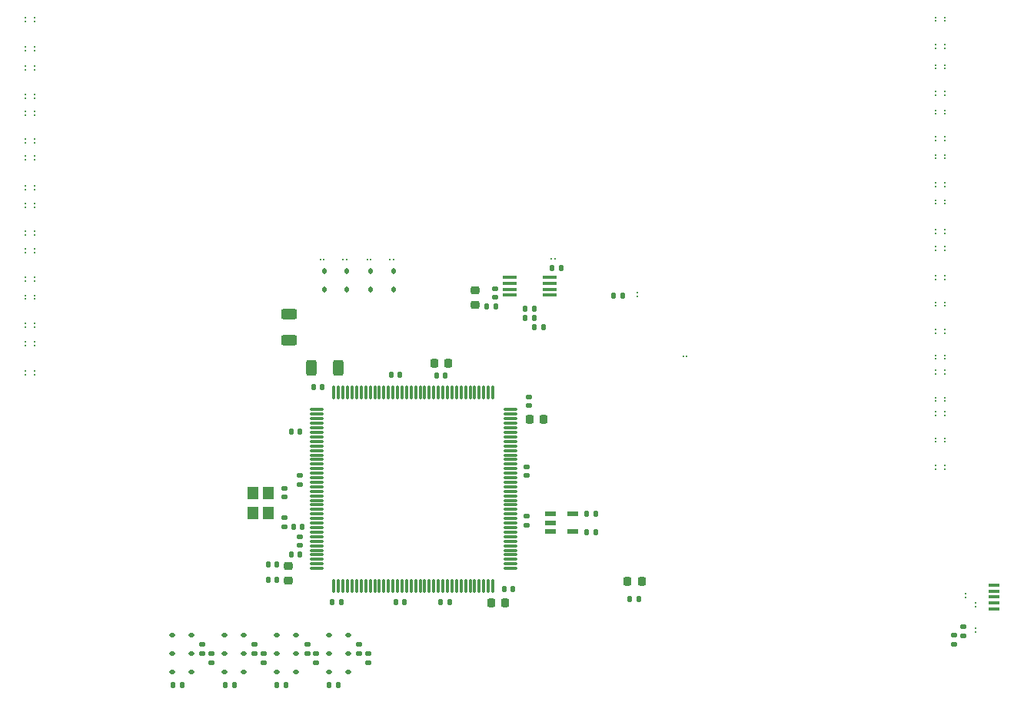
<source format=gtp>
G04 #@! TF.GenerationSoftware,KiCad,Pcbnew,8.0.8*
G04 #@! TF.CreationDate,2025-03-22T16:06:40-05:00*
G04 #@! TF.ProjectId,ControllerPCB,436f6e74-726f-46c6-9c65-725043422e6b,rev?*
G04 #@! TF.SameCoordinates,Original*
G04 #@! TF.FileFunction,Paste,Top*
G04 #@! TF.FilePolarity,Positive*
%FSLAX46Y46*%
G04 Gerber Fmt 4.6, Leading zero omitted, Abs format (unit mm)*
G04 Created by KiCad (PCBNEW 8.0.8) date 2025-03-22 16:06:40*
%MOMM*%
%LPD*%
G01*
G04 APERTURE LIST*
G04 Aperture macros list*
%AMRoundRect*
0 Rectangle with rounded corners*
0 $1 Rounding radius*
0 $2 $3 $4 $5 $6 $7 $8 $9 X,Y pos of 4 corners*
0 Add a 4 corners polygon primitive as box body*
4,1,4,$2,$3,$4,$5,$6,$7,$8,$9,$2,$3,0*
0 Add four circle primitives for the rounded corners*
1,1,$1+$1,$2,$3*
1,1,$1+$1,$4,$5*
1,1,$1+$1,$6,$7*
1,1,$1+$1,$8,$9*
0 Add four rect primitives between the rounded corners*
20,1,$1+$1,$2,$3,$4,$5,0*
20,1,$1+$1,$4,$5,$6,$7,0*
20,1,$1+$1,$6,$7,$8,$9,0*
20,1,$1+$1,$8,$9,$2,$3,0*%
G04 Aperture macros list end*
%ADD10RoundRect,0.225000X-0.225000X-0.250000X0.225000X-0.250000X0.225000X0.250000X-0.225000X0.250000X0*%
%ADD11R,0.280000X0.200000*%
%ADD12RoundRect,0.112500X-0.112500X0.187500X-0.112500X-0.187500X0.112500X-0.187500X0.112500X0.187500X0*%
%ADD13RoundRect,0.140000X0.140000X0.170000X-0.140000X0.170000X-0.140000X-0.170000X0.140000X-0.170000X0*%
%ADD14RoundRect,0.112500X0.187500X0.112500X-0.187500X0.112500X-0.187500X-0.112500X0.187500X-0.112500X0*%
%ADD15RoundRect,0.135000X-0.135000X-0.185000X0.135000X-0.185000X0.135000X0.185000X-0.135000X0.185000X0*%
%ADD16RoundRect,0.135000X-0.185000X0.135000X-0.185000X-0.135000X0.185000X-0.135000X0.185000X0.135000X0*%
%ADD17R,0.200000X0.280000*%
%ADD18RoundRect,0.140000X0.170000X-0.140000X0.170000X0.140000X-0.170000X0.140000X-0.170000X-0.140000X0*%
%ADD19RoundRect,0.135000X0.135000X0.185000X-0.135000X0.185000X-0.135000X-0.185000X0.135000X-0.185000X0*%
%ADD20RoundRect,0.218750X0.256250X-0.218750X0.256250X0.218750X-0.256250X0.218750X-0.256250X-0.218750X0*%
%ADD21RoundRect,0.140000X-0.140000X-0.170000X0.140000X-0.170000X0.140000X0.170000X-0.140000X0.170000X0*%
%ADD22RoundRect,0.218750X-0.218750X-0.256250X0.218750X-0.256250X0.218750X0.256250X-0.218750X0.256250X0*%
%ADD23RoundRect,0.250000X-0.625000X0.312500X-0.625000X-0.312500X0.625000X-0.312500X0.625000X0.312500X0*%
%ADD24RoundRect,0.140000X-0.170000X0.140000X-0.170000X-0.140000X0.170000X-0.140000X0.170000X0.140000X0*%
%ADD25R,1.300000X0.450000*%
%ADD26RoundRect,0.075000X-0.662500X-0.075000X0.662500X-0.075000X0.662500X0.075000X-0.662500X0.075000X0*%
%ADD27RoundRect,0.075000X-0.075000X-0.662500X0.075000X-0.662500X0.075000X0.662500X-0.075000X0.662500X0*%
%ADD28RoundRect,0.250000X-0.312500X-0.625000X0.312500X-0.625000X0.312500X0.625000X-0.312500X0.625000X0*%
%ADD29R,1.200000X1.400000*%
%ADD30R,1.200000X0.600000*%
%ADD31RoundRect,0.218750X-0.256250X0.218750X-0.256250X-0.218750X0.256250X-0.218750X0.256250X0.218750X0*%
%ADD32R,1.524000X0.431800*%
G04 APERTURE END LIST*
D10*
X148975000Y-106925000D03*
X150525000Y-106925000D03*
X144750000Y-127125000D03*
X146300000Y-127125000D03*
D11*
X93500000Y-91250000D03*
X93500000Y-91650000D03*
D12*
X131500000Y-90531202D03*
X131500000Y-92631202D03*
D13*
X123980000Y-118750000D03*
X123020000Y-118750000D03*
D11*
X94500000Y-86200000D03*
X94500000Y-86600000D03*
X194750000Y-94000000D03*
X194750000Y-94400000D03*
D13*
X140180000Y-127100000D03*
X139220000Y-127100000D03*
D11*
X93500000Y-78300000D03*
X93500000Y-77900000D03*
D13*
X121180000Y-124637500D03*
X120220000Y-124637500D03*
D11*
X193750000Y-94000000D03*
X193750000Y-94400000D03*
X93500000Y-88500000D03*
X93500000Y-88100000D03*
X94500000Y-101600000D03*
X94500000Y-102000000D03*
D14*
X117500000Y-134734399D03*
X115400000Y-134734399D03*
D11*
X93500000Y-73400000D03*
X93500000Y-73000000D03*
X193750000Y-106500000D03*
X193750000Y-106100000D03*
X94500000Y-73400000D03*
X94500000Y-73000000D03*
X194750000Y-101500000D03*
X194750000Y-101900000D03*
X194750000Y-109000000D03*
X194750000Y-109400000D03*
D13*
X123730000Y-108250000D03*
X122770000Y-108250000D03*
D15*
X149490000Y-96750000D03*
X150510000Y-96750000D03*
D14*
X129000000Y-130734399D03*
X126900000Y-130734399D03*
D11*
X93500000Y-101600000D03*
X93500000Y-102000000D03*
D12*
X128866800Y-90531202D03*
X128866800Y-92631202D03*
D11*
X194750000Y-88250000D03*
X194750000Y-87850000D03*
D16*
X196800000Y-129755000D03*
X196800000Y-130775000D03*
D11*
X194750000Y-68250000D03*
X194750000Y-67850000D03*
D16*
X119700000Y-132724399D03*
X119700000Y-133744399D03*
D11*
X193750000Y-97000000D03*
X193750000Y-97400000D03*
D17*
X131116800Y-89281202D03*
X131516800Y-89281202D03*
D18*
X123700000Y-114080000D03*
X123700000Y-113120000D03*
D11*
X198100000Y-130380000D03*
X198100000Y-129980000D03*
D12*
X134000000Y-90531202D03*
X134000000Y-92631202D03*
D19*
X122210000Y-136234399D03*
X121190000Y-136234399D03*
D11*
X93500000Y-86200000D03*
X93500000Y-86600000D03*
X93500000Y-96350000D03*
X93500000Y-96750000D03*
D14*
X123250000Y-132734399D03*
X121150000Y-132734399D03*
D11*
X94500000Y-91250000D03*
X94500000Y-91650000D03*
D20*
X143000000Y-94287500D03*
X143000000Y-92712500D03*
D11*
X94500000Y-88500000D03*
X94500000Y-88100000D03*
D19*
X161010000Y-126750000D03*
X159990000Y-126750000D03*
D11*
X94500000Y-98750000D03*
X94500000Y-98350000D03*
X194750000Y-104500000D03*
X194750000Y-104900000D03*
X193750000Y-100250000D03*
X193750000Y-99850000D03*
D14*
X129000000Y-134734399D03*
X126900000Y-134734399D03*
D11*
X193750000Y-104500000D03*
X193750000Y-104900000D03*
D19*
X127960000Y-136234399D03*
X126940000Y-136234399D03*
D11*
X94500000Y-93650000D03*
X94500000Y-93250000D03*
D21*
X133770000Y-102000000D03*
X134730000Y-102000000D03*
D11*
X193750000Y-88250000D03*
X193750000Y-87850000D03*
D14*
X117500000Y-130734399D03*
X115400000Y-130734399D03*
D11*
X193750000Y-101900000D03*
X193750000Y-101500000D03*
X193750000Y-65600000D03*
X193750000Y-66000000D03*
D22*
X159792500Y-124750000D03*
X161367500Y-124750000D03*
D23*
X122500000Y-95287500D03*
X122500000Y-98212500D03*
D11*
X93500000Y-93650000D03*
X93500000Y-93250000D03*
D19*
X110710000Y-136234399D03*
X109690000Y-136234399D03*
D15*
X148490000Y-95750000D03*
X149510000Y-95750000D03*
D13*
X126180000Y-103350000D03*
X125220000Y-103350000D03*
D14*
X129000000Y-132734399D03*
X126900000Y-132734399D03*
D21*
X151500000Y-90250000D03*
X152460000Y-90250000D03*
D13*
X128230000Y-127100000D03*
X127270000Y-127100000D03*
D15*
X158260000Y-93268300D03*
X159280000Y-93268300D03*
D17*
X125950000Y-89281202D03*
X126350000Y-89281202D03*
D14*
X111750000Y-134734399D03*
X109650000Y-134734399D03*
D13*
X135200000Y-127100000D03*
X134240000Y-127100000D03*
D17*
X128450000Y-89281202D03*
X128850000Y-89281202D03*
D13*
X123700000Y-121850000D03*
X122740000Y-121850000D03*
D11*
X193750000Y-63000000D03*
X193750000Y-62600000D03*
X194750000Y-91100000D03*
X194750000Y-91500000D03*
D14*
X111750000Y-132734399D03*
X109650000Y-132734399D03*
D11*
X194750000Y-70750000D03*
X194750000Y-71150000D03*
D14*
X111750000Y-130734399D03*
X109650000Y-130734399D03*
D21*
X148520000Y-94750000D03*
X149480000Y-94750000D03*
D24*
X145171700Y-92520000D03*
X145171700Y-93480000D03*
D11*
X193750000Y-68250000D03*
X193750000Y-67850000D03*
X193750000Y-78150000D03*
X193750000Y-77750000D03*
D15*
X144240000Y-94500000D03*
X145260000Y-94500000D03*
D11*
X93500000Y-65850000D03*
X93500000Y-66250000D03*
D19*
X116470000Y-136234399D03*
X115450000Y-136234399D03*
D15*
X155265199Y-119364800D03*
X156285199Y-119364800D03*
D11*
X193750000Y-80850000D03*
X193750000Y-81250000D03*
X94500000Y-65850000D03*
X94500000Y-66250000D03*
D24*
X122000000Y-117790000D03*
X122000000Y-118750000D03*
D11*
X194750000Y-80850000D03*
X194750000Y-81250000D03*
X198075000Y-127550000D03*
X198075000Y-127150000D03*
X93500000Y-71100000D03*
X93500000Y-71500000D03*
D16*
X124500000Y-131724399D03*
X124500000Y-132744399D03*
D25*
X200150000Y-125205000D03*
X200150000Y-125855000D03*
X200150000Y-126505000D03*
X200150000Y-127155000D03*
X200150000Y-127805000D03*
D11*
X194750000Y-63000000D03*
X194750000Y-62600000D03*
D17*
X151800000Y-89250000D03*
X151400000Y-89250000D03*
D24*
X123700000Y-119850000D03*
X123700000Y-120810000D03*
D11*
X197050000Y-126125000D03*
X197050000Y-126525000D03*
X194750000Y-106500000D03*
X194750000Y-106100000D03*
D24*
X148700000Y-117620000D03*
X148700000Y-118580000D03*
D26*
X125537500Y-105850000D03*
X125537500Y-106350000D03*
X125537500Y-106850000D03*
X125537500Y-107350000D03*
X125537500Y-107850000D03*
X125537500Y-108350000D03*
X125537500Y-108850000D03*
X125537500Y-109350000D03*
X125537500Y-109850000D03*
X125537500Y-110350000D03*
X125537500Y-110850000D03*
X125537500Y-111350000D03*
X125537500Y-111850000D03*
X125537500Y-112350000D03*
X125537500Y-112850000D03*
X125537500Y-113350000D03*
X125537500Y-113850000D03*
X125537500Y-114350000D03*
X125537500Y-114850000D03*
X125537500Y-115350000D03*
X125537500Y-115850000D03*
X125537500Y-116350000D03*
X125537500Y-116850000D03*
X125537500Y-117350000D03*
X125537500Y-117850000D03*
X125537500Y-118350000D03*
X125537500Y-118850000D03*
X125537500Y-119350000D03*
X125537500Y-119850000D03*
X125537500Y-120350000D03*
X125537500Y-120850000D03*
X125537500Y-121350000D03*
X125537500Y-121850000D03*
X125537500Y-122350000D03*
X125537500Y-122850000D03*
X125537500Y-123350000D03*
D27*
X127450000Y-125262500D03*
X127950000Y-125262500D03*
X128450000Y-125262500D03*
X128950000Y-125262500D03*
X129450000Y-125262500D03*
X129950000Y-125262500D03*
X130450000Y-125262500D03*
X130950000Y-125262500D03*
X131450000Y-125262500D03*
X131950000Y-125262500D03*
X132450000Y-125262500D03*
X132950000Y-125262500D03*
X133450000Y-125262500D03*
X133950000Y-125262500D03*
X134450000Y-125262500D03*
X134950000Y-125262500D03*
X135450000Y-125262500D03*
X135950000Y-125262500D03*
X136450000Y-125262500D03*
X136950000Y-125262500D03*
X137450000Y-125262500D03*
X137950000Y-125262500D03*
X138450000Y-125262500D03*
X138950000Y-125262500D03*
X139450000Y-125262500D03*
X139950000Y-125262500D03*
X140450000Y-125262500D03*
X140950000Y-125262500D03*
X141450000Y-125262500D03*
X141950000Y-125262500D03*
X142450000Y-125262500D03*
X142950000Y-125262500D03*
X143450000Y-125262500D03*
X143950000Y-125262500D03*
X144450000Y-125262500D03*
X144950000Y-125262500D03*
D26*
X146862500Y-123350000D03*
X146862500Y-122850000D03*
X146862500Y-122350000D03*
X146862500Y-121850000D03*
X146862500Y-121350000D03*
X146862500Y-120850000D03*
X146862500Y-120350000D03*
X146862500Y-119850000D03*
X146862500Y-119350000D03*
X146862500Y-118850000D03*
X146862500Y-118350000D03*
X146862500Y-117850000D03*
X146862500Y-117350000D03*
X146862500Y-116850000D03*
X146862500Y-116350000D03*
X146862500Y-115850000D03*
X146862500Y-115350000D03*
X146862500Y-114850000D03*
X146862500Y-114350000D03*
X146862500Y-113850000D03*
X146862500Y-113350000D03*
X146862500Y-112850000D03*
X146862500Y-112350000D03*
X146862500Y-111850000D03*
X146862500Y-111350000D03*
X146862500Y-110850000D03*
X146862500Y-110350000D03*
X146862500Y-109850000D03*
X146862500Y-109350000D03*
X146862500Y-108850000D03*
X146862500Y-108350000D03*
X146862500Y-107850000D03*
X146862500Y-107350000D03*
X146862500Y-106850000D03*
X146862500Y-106350000D03*
X146862500Y-105850000D03*
D27*
X144950000Y-103937500D03*
X144450000Y-103937500D03*
X143950000Y-103937500D03*
X143450000Y-103937500D03*
X142950000Y-103937500D03*
X142450000Y-103937500D03*
X141950000Y-103937500D03*
X141450000Y-103937500D03*
X140950000Y-103937500D03*
X140450000Y-103937500D03*
X139950000Y-103937500D03*
X139450000Y-103937500D03*
X138950000Y-103937500D03*
X138450000Y-103937500D03*
X137950000Y-103937500D03*
X137450000Y-103937500D03*
X136950000Y-103937500D03*
X136450000Y-103937500D03*
X135950000Y-103937500D03*
X135450000Y-103937500D03*
X134950000Y-103937500D03*
X134450000Y-103937500D03*
X133950000Y-103937500D03*
X133450000Y-103937500D03*
X132950000Y-103937500D03*
X132450000Y-103937500D03*
X131950000Y-103937500D03*
X131450000Y-103937500D03*
X130950000Y-103937500D03*
X130450000Y-103937500D03*
X129950000Y-103937500D03*
X129450000Y-103937500D03*
X128950000Y-103937500D03*
X128450000Y-103937500D03*
X127950000Y-103937500D03*
X127450000Y-103937500D03*
D16*
X195770000Y-130730000D03*
X195770000Y-131750000D03*
D13*
X121180000Y-122887500D03*
X120220000Y-122887500D03*
D15*
X155265199Y-117364800D03*
X156285199Y-117364800D03*
D11*
X94500000Y-71100000D03*
X94500000Y-71500000D03*
D14*
X123250000Y-130734399D03*
X121150000Y-130734399D03*
D11*
X93500000Y-98750000D03*
X93500000Y-98350000D03*
D28*
X124987500Y-101250000D03*
X127912500Y-101250000D03*
D11*
X193750000Y-75750000D03*
X193750000Y-76150000D03*
D12*
X126366800Y-90531202D03*
X126366800Y-92631202D03*
D21*
X138770000Y-102100000D03*
X139730000Y-102100000D03*
D11*
X193750000Y-73250000D03*
X193750000Y-72850000D03*
X194750000Y-83150000D03*
X194750000Y-82750000D03*
X94500000Y-63050000D03*
X94500000Y-62650000D03*
X194750000Y-100250000D03*
X194750000Y-99850000D03*
X194750000Y-75750000D03*
X194750000Y-76150000D03*
D14*
X123250000Y-134734399D03*
X121150000Y-134734399D03*
D16*
X131200000Y-132734399D03*
X131200000Y-133754399D03*
D11*
X193750000Y-83150000D03*
X193750000Y-82750000D03*
X194750000Y-65600000D03*
X194750000Y-66000000D03*
D16*
X112900000Y-131724399D03*
X112900000Y-132744399D03*
D11*
X160900000Y-92950000D03*
X160900000Y-93350000D03*
X193750000Y-112000000D03*
X193750000Y-112400000D03*
D14*
X117500000Y-132734399D03*
X115400000Y-132734399D03*
D10*
X138475000Y-100750000D03*
X140025000Y-100750000D03*
D24*
X148700000Y-112120000D03*
X148700000Y-113080000D03*
D21*
X146220000Y-125600000D03*
X147180000Y-125600000D03*
D11*
X94500000Y-81200000D03*
X94500000Y-81600000D03*
X93500000Y-68400000D03*
X93500000Y-68000000D03*
X93500000Y-63050000D03*
X93500000Y-62650000D03*
D24*
X148950000Y-104420000D03*
X148950000Y-105380000D03*
D11*
X194750000Y-112000000D03*
X194750000Y-112400000D03*
D24*
X122000000Y-114540000D03*
X122000000Y-115500000D03*
D11*
X94500000Y-83150000D03*
X94500000Y-83550000D03*
D29*
X118550000Y-115020000D03*
X118550000Y-117220000D03*
X120250000Y-117220000D03*
X120250000Y-115020000D03*
D11*
X193750000Y-91100000D03*
X193750000Y-91500000D03*
X93500000Y-83150000D03*
X93500000Y-83550000D03*
X194750000Y-78150000D03*
X194750000Y-77750000D03*
X194750000Y-86000000D03*
X194750000Y-86400000D03*
X94500000Y-78300000D03*
X94500000Y-77900000D03*
D16*
X125450000Y-132734399D03*
X125450000Y-133754399D03*
D11*
X194750000Y-73250000D03*
X194750000Y-72850000D03*
D17*
X166300000Y-99980000D03*
X165900000Y-99980000D03*
X133616800Y-89281202D03*
X134016800Y-89281202D03*
D30*
X151275199Y-117364800D03*
X151275199Y-118314800D03*
X151275199Y-119264800D03*
X153775199Y-119264800D03*
X153775199Y-117364800D03*
D11*
X94500000Y-96350000D03*
X94500000Y-96750000D03*
D16*
X130200000Y-131714399D03*
X130200000Y-132734399D03*
D31*
X122450000Y-123100000D03*
X122450000Y-124675000D03*
D11*
X194750000Y-97000000D03*
X194750000Y-97400000D03*
X93500000Y-76000000D03*
X93500000Y-76400000D03*
D16*
X113950000Y-132724399D03*
X113950000Y-133744399D03*
D11*
X193750000Y-70750000D03*
X193750000Y-71150000D03*
D16*
X118700000Y-131724399D03*
X118700000Y-132744399D03*
D11*
X94500000Y-76000000D03*
X94500000Y-76400000D03*
D32*
X146828300Y-91275001D03*
X146828300Y-91924999D03*
X146828300Y-92575001D03*
X146828300Y-93224999D03*
X151171700Y-93224999D03*
X151171700Y-92575001D03*
X151171700Y-91924999D03*
X151171700Y-91275001D03*
D11*
X93500000Y-81200000D03*
X93500000Y-81600000D03*
X193750000Y-86000000D03*
X193750000Y-86400000D03*
X94500000Y-68400000D03*
X94500000Y-68000000D03*
X193750000Y-109000000D03*
X193750000Y-109400000D03*
M02*

</source>
